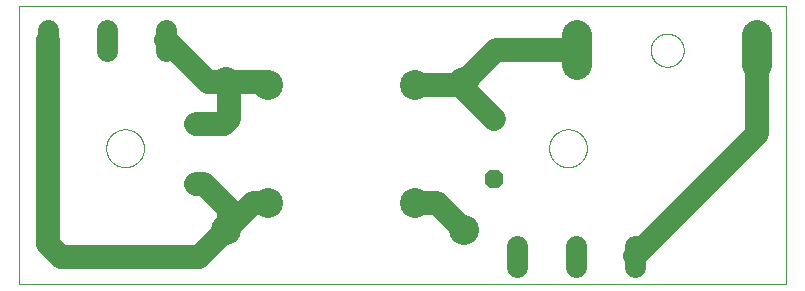
<source format=gtl>
G04 EAGLE Gerber RS-274X export*
G75*
%MOMM*%
%FSLAX34Y34*%
%LPD*%
%INTop copper*%
%IPPOS*%
%AMOC8*
5,1,8,0,0,1.08239X$1,22.5*%
G01*
%ADD10C,0.000000*%
%ADD11C,2.540000*%
%ADD12P,1.732040X8X112.500000*%
%ADD13C,1.790700*%
%ADD14C,2.540000*%
%ADD15C,2.032000*%


D10*
X25320Y0D02*
X674680Y0D01*
X674680Y235000D01*
X25320Y235000D01*
X25320Y0D01*
X99000Y115000D02*
X99005Y115393D01*
X99019Y115785D01*
X99043Y116177D01*
X99077Y116568D01*
X99120Y116959D01*
X99173Y117348D01*
X99236Y117735D01*
X99307Y118121D01*
X99389Y118506D01*
X99479Y118888D01*
X99580Y119267D01*
X99689Y119645D01*
X99808Y120019D01*
X99935Y120390D01*
X100072Y120758D01*
X100218Y121123D01*
X100373Y121484D01*
X100536Y121841D01*
X100708Y122194D01*
X100889Y122542D01*
X101079Y122886D01*
X101276Y123226D01*
X101482Y123560D01*
X101696Y123889D01*
X101919Y124213D01*
X102149Y124531D01*
X102386Y124844D01*
X102632Y125150D01*
X102885Y125451D01*
X103145Y125745D01*
X103412Y126033D01*
X103686Y126314D01*
X103967Y126588D01*
X104255Y126855D01*
X104549Y127115D01*
X104850Y127368D01*
X105156Y127614D01*
X105469Y127851D01*
X105787Y128081D01*
X106111Y128304D01*
X106440Y128518D01*
X106774Y128724D01*
X107114Y128921D01*
X107458Y129111D01*
X107806Y129292D01*
X108159Y129464D01*
X108516Y129627D01*
X108877Y129782D01*
X109242Y129928D01*
X109610Y130065D01*
X109981Y130192D01*
X110355Y130311D01*
X110733Y130420D01*
X111112Y130521D01*
X111494Y130611D01*
X111879Y130693D01*
X112265Y130764D01*
X112652Y130827D01*
X113041Y130880D01*
X113432Y130923D01*
X113823Y130957D01*
X114215Y130981D01*
X114607Y130995D01*
X115000Y131000D01*
X115393Y130995D01*
X115785Y130981D01*
X116177Y130957D01*
X116568Y130923D01*
X116959Y130880D01*
X117348Y130827D01*
X117735Y130764D01*
X118121Y130693D01*
X118506Y130611D01*
X118888Y130521D01*
X119267Y130420D01*
X119645Y130311D01*
X120019Y130192D01*
X120390Y130065D01*
X120758Y129928D01*
X121123Y129782D01*
X121484Y129627D01*
X121841Y129464D01*
X122194Y129292D01*
X122542Y129111D01*
X122886Y128921D01*
X123226Y128724D01*
X123560Y128518D01*
X123889Y128304D01*
X124213Y128081D01*
X124531Y127851D01*
X124844Y127614D01*
X125150Y127368D01*
X125451Y127115D01*
X125745Y126855D01*
X126033Y126588D01*
X126314Y126314D01*
X126588Y126033D01*
X126855Y125745D01*
X127115Y125451D01*
X127368Y125150D01*
X127614Y124844D01*
X127851Y124531D01*
X128081Y124213D01*
X128304Y123889D01*
X128518Y123560D01*
X128724Y123226D01*
X128921Y122886D01*
X129111Y122542D01*
X129292Y122194D01*
X129464Y121841D01*
X129627Y121484D01*
X129782Y121123D01*
X129928Y120758D01*
X130065Y120390D01*
X130192Y120019D01*
X130311Y119645D01*
X130420Y119267D01*
X130521Y118888D01*
X130611Y118506D01*
X130693Y118121D01*
X130764Y117735D01*
X130827Y117348D01*
X130880Y116959D01*
X130923Y116568D01*
X130957Y116177D01*
X130981Y115785D01*
X130995Y115393D01*
X131000Y115000D01*
X130995Y114607D01*
X130981Y114215D01*
X130957Y113823D01*
X130923Y113432D01*
X130880Y113041D01*
X130827Y112652D01*
X130764Y112265D01*
X130693Y111879D01*
X130611Y111494D01*
X130521Y111112D01*
X130420Y110733D01*
X130311Y110355D01*
X130192Y109981D01*
X130065Y109610D01*
X129928Y109242D01*
X129782Y108877D01*
X129627Y108516D01*
X129464Y108159D01*
X129292Y107806D01*
X129111Y107458D01*
X128921Y107114D01*
X128724Y106774D01*
X128518Y106440D01*
X128304Y106111D01*
X128081Y105787D01*
X127851Y105469D01*
X127614Y105156D01*
X127368Y104850D01*
X127115Y104549D01*
X126855Y104255D01*
X126588Y103967D01*
X126314Y103686D01*
X126033Y103412D01*
X125745Y103145D01*
X125451Y102885D01*
X125150Y102632D01*
X124844Y102386D01*
X124531Y102149D01*
X124213Y101919D01*
X123889Y101696D01*
X123560Y101482D01*
X123226Y101276D01*
X122886Y101079D01*
X122542Y100889D01*
X122194Y100708D01*
X121841Y100536D01*
X121484Y100373D01*
X121123Y100218D01*
X120758Y100072D01*
X120390Y99935D01*
X120019Y99808D01*
X119645Y99689D01*
X119267Y99580D01*
X118888Y99479D01*
X118506Y99389D01*
X118121Y99307D01*
X117735Y99236D01*
X117348Y99173D01*
X116959Y99120D01*
X116568Y99077D01*
X116177Y99043D01*
X115785Y99019D01*
X115393Y99005D01*
X115000Y99000D01*
X114607Y99005D01*
X114215Y99019D01*
X113823Y99043D01*
X113432Y99077D01*
X113041Y99120D01*
X112652Y99173D01*
X112265Y99236D01*
X111879Y99307D01*
X111494Y99389D01*
X111112Y99479D01*
X110733Y99580D01*
X110355Y99689D01*
X109981Y99808D01*
X109610Y99935D01*
X109242Y100072D01*
X108877Y100218D01*
X108516Y100373D01*
X108159Y100536D01*
X107806Y100708D01*
X107458Y100889D01*
X107114Y101079D01*
X106774Y101276D01*
X106440Y101482D01*
X106111Y101696D01*
X105787Y101919D01*
X105469Y102149D01*
X105156Y102386D01*
X104850Y102632D01*
X104549Y102885D01*
X104255Y103145D01*
X103967Y103412D01*
X103686Y103686D01*
X103412Y103967D01*
X103145Y104255D01*
X102885Y104549D01*
X102632Y104850D01*
X102386Y105156D01*
X102149Y105469D01*
X101919Y105787D01*
X101696Y106111D01*
X101482Y106440D01*
X101276Y106774D01*
X101079Y107114D01*
X100889Y107458D01*
X100708Y107806D01*
X100536Y108159D01*
X100373Y108516D01*
X100218Y108877D01*
X100072Y109242D01*
X99935Y109610D01*
X99808Y109981D01*
X99689Y110355D01*
X99580Y110733D01*
X99479Y111112D01*
X99389Y111494D01*
X99307Y111879D01*
X99236Y112265D01*
X99173Y112652D01*
X99120Y113041D01*
X99077Y113432D01*
X99043Y113823D01*
X99019Y114215D01*
X99005Y114607D01*
X99000Y115000D01*
X474000Y115000D02*
X474005Y115393D01*
X474019Y115785D01*
X474043Y116177D01*
X474077Y116568D01*
X474120Y116959D01*
X474173Y117348D01*
X474236Y117735D01*
X474307Y118121D01*
X474389Y118506D01*
X474479Y118888D01*
X474580Y119267D01*
X474689Y119645D01*
X474808Y120019D01*
X474935Y120390D01*
X475072Y120758D01*
X475218Y121123D01*
X475373Y121484D01*
X475536Y121841D01*
X475708Y122194D01*
X475889Y122542D01*
X476079Y122886D01*
X476276Y123226D01*
X476482Y123560D01*
X476696Y123889D01*
X476919Y124213D01*
X477149Y124531D01*
X477386Y124844D01*
X477632Y125150D01*
X477885Y125451D01*
X478145Y125745D01*
X478412Y126033D01*
X478686Y126314D01*
X478967Y126588D01*
X479255Y126855D01*
X479549Y127115D01*
X479850Y127368D01*
X480156Y127614D01*
X480469Y127851D01*
X480787Y128081D01*
X481111Y128304D01*
X481440Y128518D01*
X481774Y128724D01*
X482114Y128921D01*
X482458Y129111D01*
X482806Y129292D01*
X483159Y129464D01*
X483516Y129627D01*
X483877Y129782D01*
X484242Y129928D01*
X484610Y130065D01*
X484981Y130192D01*
X485355Y130311D01*
X485733Y130420D01*
X486112Y130521D01*
X486494Y130611D01*
X486879Y130693D01*
X487265Y130764D01*
X487652Y130827D01*
X488041Y130880D01*
X488432Y130923D01*
X488823Y130957D01*
X489215Y130981D01*
X489607Y130995D01*
X490000Y131000D01*
X490393Y130995D01*
X490785Y130981D01*
X491177Y130957D01*
X491568Y130923D01*
X491959Y130880D01*
X492348Y130827D01*
X492735Y130764D01*
X493121Y130693D01*
X493506Y130611D01*
X493888Y130521D01*
X494267Y130420D01*
X494645Y130311D01*
X495019Y130192D01*
X495390Y130065D01*
X495758Y129928D01*
X496123Y129782D01*
X496484Y129627D01*
X496841Y129464D01*
X497194Y129292D01*
X497542Y129111D01*
X497886Y128921D01*
X498226Y128724D01*
X498560Y128518D01*
X498889Y128304D01*
X499213Y128081D01*
X499531Y127851D01*
X499844Y127614D01*
X500150Y127368D01*
X500451Y127115D01*
X500745Y126855D01*
X501033Y126588D01*
X501314Y126314D01*
X501588Y126033D01*
X501855Y125745D01*
X502115Y125451D01*
X502368Y125150D01*
X502614Y124844D01*
X502851Y124531D01*
X503081Y124213D01*
X503304Y123889D01*
X503518Y123560D01*
X503724Y123226D01*
X503921Y122886D01*
X504111Y122542D01*
X504292Y122194D01*
X504464Y121841D01*
X504627Y121484D01*
X504782Y121123D01*
X504928Y120758D01*
X505065Y120390D01*
X505192Y120019D01*
X505311Y119645D01*
X505420Y119267D01*
X505521Y118888D01*
X505611Y118506D01*
X505693Y118121D01*
X505764Y117735D01*
X505827Y117348D01*
X505880Y116959D01*
X505923Y116568D01*
X505957Y116177D01*
X505981Y115785D01*
X505995Y115393D01*
X506000Y115000D01*
X505995Y114607D01*
X505981Y114215D01*
X505957Y113823D01*
X505923Y113432D01*
X505880Y113041D01*
X505827Y112652D01*
X505764Y112265D01*
X505693Y111879D01*
X505611Y111494D01*
X505521Y111112D01*
X505420Y110733D01*
X505311Y110355D01*
X505192Y109981D01*
X505065Y109610D01*
X504928Y109242D01*
X504782Y108877D01*
X504627Y108516D01*
X504464Y108159D01*
X504292Y107806D01*
X504111Y107458D01*
X503921Y107114D01*
X503724Y106774D01*
X503518Y106440D01*
X503304Y106111D01*
X503081Y105787D01*
X502851Y105469D01*
X502614Y105156D01*
X502368Y104850D01*
X502115Y104549D01*
X501855Y104255D01*
X501588Y103967D01*
X501314Y103686D01*
X501033Y103412D01*
X500745Y103145D01*
X500451Y102885D01*
X500150Y102632D01*
X499844Y102386D01*
X499531Y102149D01*
X499213Y101919D01*
X498889Y101696D01*
X498560Y101482D01*
X498226Y101276D01*
X497886Y101079D01*
X497542Y100889D01*
X497194Y100708D01*
X496841Y100536D01*
X496484Y100373D01*
X496123Y100218D01*
X495758Y100072D01*
X495390Y99935D01*
X495019Y99808D01*
X494645Y99689D01*
X494267Y99580D01*
X493888Y99479D01*
X493506Y99389D01*
X493121Y99307D01*
X492735Y99236D01*
X492348Y99173D01*
X491959Y99120D01*
X491568Y99077D01*
X491177Y99043D01*
X490785Y99019D01*
X490393Y99005D01*
X490000Y99000D01*
X489607Y99005D01*
X489215Y99019D01*
X488823Y99043D01*
X488432Y99077D01*
X488041Y99120D01*
X487652Y99173D01*
X487265Y99236D01*
X486879Y99307D01*
X486494Y99389D01*
X486112Y99479D01*
X485733Y99580D01*
X485355Y99689D01*
X484981Y99808D01*
X484610Y99935D01*
X484242Y100072D01*
X483877Y100218D01*
X483516Y100373D01*
X483159Y100536D01*
X482806Y100708D01*
X482458Y100889D01*
X482114Y101079D01*
X481774Y101276D01*
X481440Y101482D01*
X481111Y101696D01*
X480787Y101919D01*
X480469Y102149D01*
X480156Y102386D01*
X479850Y102632D01*
X479549Y102885D01*
X479255Y103145D01*
X478967Y103412D01*
X478686Y103686D01*
X478412Y103967D01*
X478145Y104255D01*
X477885Y104549D01*
X477632Y104850D01*
X477386Y105156D01*
X477149Y105469D01*
X476919Y105787D01*
X476696Y106111D01*
X476482Y106440D01*
X476276Y106774D01*
X476079Y107114D01*
X475889Y107458D01*
X475708Y107806D01*
X475536Y108159D01*
X475373Y108516D01*
X475218Y108877D01*
X475072Y109242D01*
X474935Y109610D01*
X474808Y109981D01*
X474689Y110355D01*
X474580Y110733D01*
X474479Y111112D01*
X474389Y111494D01*
X474307Y111879D01*
X474236Y112265D01*
X474173Y112652D01*
X474120Y113041D01*
X474077Y113432D01*
X474043Y113823D01*
X474019Y114215D01*
X474005Y114607D01*
X474000Y115000D01*
D11*
X401800Y170700D03*
X401800Y45700D03*
X200800Y170700D03*
X200800Y45700D03*
X360700Y168400D03*
X360700Y68400D03*
X235700Y168400D03*
X235700Y68400D03*
D12*
X427000Y89000D03*
X427000Y139800D03*
X175000Y84600D03*
X175000Y135400D03*
D13*
X446520Y32334D02*
X446520Y14427D01*
X496520Y14427D02*
X496520Y32334D01*
X546520Y32334D02*
X546520Y14427D01*
X149560Y197427D02*
X149560Y215334D01*
X99560Y215334D02*
X99560Y197427D01*
X49560Y197427D02*
X49560Y215334D01*
D14*
X650200Y210700D02*
X650200Y185300D01*
X497800Y185300D02*
X497800Y210700D01*
D10*
X560030Y198000D02*
X560034Y198343D01*
X560047Y198685D01*
X560068Y199028D01*
X560097Y199369D01*
X560135Y199710D01*
X560181Y200050D01*
X560236Y200388D01*
X560298Y200725D01*
X560369Y201061D01*
X560449Y201394D01*
X560536Y201726D01*
X560632Y202055D01*
X560735Y202382D01*
X560847Y202706D01*
X560966Y203028D01*
X561093Y203346D01*
X561228Y203661D01*
X561371Y203973D01*
X561522Y204281D01*
X561680Y204585D01*
X561845Y204886D01*
X562018Y205182D01*
X562197Y205474D01*
X562384Y205761D01*
X562578Y206044D01*
X562779Y206322D01*
X562987Y206595D01*
X563201Y206862D01*
X563422Y207125D01*
X563649Y207382D01*
X563882Y207633D01*
X564122Y207878D01*
X564367Y208118D01*
X564618Y208351D01*
X564875Y208578D01*
X565138Y208799D01*
X565405Y209013D01*
X565678Y209221D01*
X565956Y209422D01*
X566239Y209616D01*
X566526Y209803D01*
X566818Y209982D01*
X567114Y210155D01*
X567415Y210320D01*
X567719Y210478D01*
X568027Y210629D01*
X568339Y210772D01*
X568654Y210907D01*
X568972Y211034D01*
X569294Y211153D01*
X569618Y211265D01*
X569945Y211368D01*
X570274Y211464D01*
X570606Y211551D01*
X570939Y211631D01*
X571275Y211702D01*
X571612Y211764D01*
X571950Y211819D01*
X572290Y211865D01*
X572631Y211903D01*
X572972Y211932D01*
X573315Y211953D01*
X573657Y211966D01*
X574000Y211970D01*
X574343Y211966D01*
X574685Y211953D01*
X575028Y211932D01*
X575369Y211903D01*
X575710Y211865D01*
X576050Y211819D01*
X576388Y211764D01*
X576725Y211702D01*
X577061Y211631D01*
X577394Y211551D01*
X577726Y211464D01*
X578055Y211368D01*
X578382Y211265D01*
X578706Y211153D01*
X579028Y211034D01*
X579346Y210907D01*
X579661Y210772D01*
X579973Y210629D01*
X580281Y210478D01*
X580585Y210320D01*
X580886Y210155D01*
X581182Y209982D01*
X581474Y209803D01*
X581761Y209616D01*
X582044Y209422D01*
X582322Y209221D01*
X582595Y209013D01*
X582862Y208799D01*
X583125Y208578D01*
X583382Y208351D01*
X583633Y208118D01*
X583878Y207878D01*
X584118Y207633D01*
X584351Y207382D01*
X584578Y207125D01*
X584799Y206862D01*
X585013Y206595D01*
X585221Y206322D01*
X585422Y206044D01*
X585616Y205761D01*
X585803Y205474D01*
X585982Y205182D01*
X586155Y204886D01*
X586320Y204585D01*
X586478Y204281D01*
X586629Y203973D01*
X586772Y203661D01*
X586907Y203346D01*
X587034Y203028D01*
X587153Y202706D01*
X587265Y202382D01*
X587368Y202055D01*
X587464Y201726D01*
X587551Y201394D01*
X587631Y201061D01*
X587702Y200725D01*
X587764Y200388D01*
X587819Y200050D01*
X587865Y199710D01*
X587903Y199369D01*
X587932Y199028D01*
X587953Y198685D01*
X587966Y198343D01*
X587970Y198000D01*
X587966Y197657D01*
X587953Y197315D01*
X587932Y196972D01*
X587903Y196631D01*
X587865Y196290D01*
X587819Y195950D01*
X587764Y195612D01*
X587702Y195275D01*
X587631Y194939D01*
X587551Y194606D01*
X587464Y194274D01*
X587368Y193945D01*
X587265Y193618D01*
X587153Y193294D01*
X587034Y192972D01*
X586907Y192654D01*
X586772Y192339D01*
X586629Y192027D01*
X586478Y191719D01*
X586320Y191415D01*
X586155Y191114D01*
X585982Y190818D01*
X585803Y190526D01*
X585616Y190239D01*
X585422Y189956D01*
X585221Y189678D01*
X585013Y189405D01*
X584799Y189138D01*
X584578Y188875D01*
X584351Y188618D01*
X584118Y188367D01*
X583878Y188122D01*
X583633Y187882D01*
X583382Y187649D01*
X583125Y187422D01*
X582862Y187201D01*
X582595Y186987D01*
X582322Y186779D01*
X582044Y186578D01*
X581761Y186384D01*
X581474Y186197D01*
X581182Y186018D01*
X580886Y185845D01*
X580585Y185680D01*
X580281Y185522D01*
X579973Y185371D01*
X579661Y185228D01*
X579346Y185093D01*
X579028Y184966D01*
X578706Y184847D01*
X578382Y184735D01*
X578055Y184632D01*
X577726Y184536D01*
X577394Y184449D01*
X577061Y184369D01*
X576725Y184298D01*
X576388Y184236D01*
X576050Y184181D01*
X575710Y184135D01*
X575369Y184097D01*
X575028Y184068D01*
X574685Y184047D01*
X574343Y184034D01*
X574000Y184030D01*
X573657Y184034D01*
X573315Y184047D01*
X572972Y184068D01*
X572631Y184097D01*
X572290Y184135D01*
X571950Y184181D01*
X571612Y184236D01*
X571275Y184298D01*
X570939Y184369D01*
X570606Y184449D01*
X570274Y184536D01*
X569945Y184632D01*
X569618Y184735D01*
X569294Y184847D01*
X568972Y184966D01*
X568654Y185093D01*
X568339Y185228D01*
X568027Y185371D01*
X567719Y185522D01*
X567415Y185680D01*
X567114Y185845D01*
X566818Y186018D01*
X566526Y186197D01*
X566239Y186384D01*
X565956Y186578D01*
X565678Y186779D01*
X565405Y186987D01*
X565138Y187201D01*
X564875Y187422D01*
X564618Y187649D01*
X564367Y187882D01*
X564122Y188122D01*
X563882Y188367D01*
X563649Y188618D01*
X563422Y188875D01*
X563201Y189138D01*
X562987Y189405D01*
X562779Y189678D01*
X562578Y189956D01*
X562384Y190239D01*
X562197Y190526D01*
X562018Y190818D01*
X561845Y191114D01*
X561680Y191415D01*
X561522Y191719D01*
X561371Y192027D01*
X561228Y192339D01*
X561093Y192654D01*
X560966Y192972D01*
X560847Y193294D01*
X560735Y193618D01*
X560632Y193945D01*
X560536Y194274D01*
X560449Y194606D01*
X560369Y194939D01*
X560298Y195275D01*
X560236Y195612D01*
X560181Y195950D01*
X560135Y196290D01*
X560097Y196631D01*
X560068Y196972D01*
X560047Y197315D01*
X560034Y197657D01*
X560030Y198000D01*
D15*
X379100Y68400D02*
X360700Y68400D01*
X379100Y68400D02*
X401800Y45700D01*
X399500Y168400D02*
X360700Y168400D01*
X399500Y168400D02*
X401800Y170700D01*
X408940Y177840D01*
X401800Y170700D02*
X401800Y165000D01*
X427000Y139800D01*
X401800Y170700D02*
X429100Y198000D01*
X497800Y198000D01*
X49560Y206380D02*
X49560Y34260D01*
X60960Y22860D01*
X177960Y22860D01*
X200800Y45700D01*
X182100Y84600D02*
X175000Y84600D01*
X182100Y84600D02*
X203200Y63500D01*
X203200Y48100D01*
X200800Y45700D01*
X223500Y68400D02*
X235700Y68400D01*
X223500Y68400D02*
X203200Y48100D01*
X198900Y135400D02*
X175000Y135400D01*
X198900Y135400D02*
X203200Y139700D01*
X203200Y168300D01*
X200800Y170700D01*
X185240Y170700D01*
X149560Y206380D01*
X200800Y170700D02*
X233400Y170700D01*
X235700Y168400D01*
X546520Y23380D02*
X650200Y127060D01*
X650200Y198000D01*
M02*

</source>
